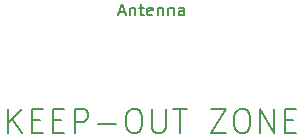
<source format=gbr>
%TF.GenerationSoftware,KiCad,Pcbnew,9.0.3*%
%TF.CreationDate,2025-08-06T15:24:12+02:00*%
%TF.ProjectId,Spikeling_v3.0,5370696b-656c-4696-9e67-5f76332e302e,rev?*%
%TF.SameCoordinates,Original*%
%TF.FileFunction,Other,Comment*%
%FSLAX46Y46*%
G04 Gerber Fmt 4.6, Leading zero omitted, Abs format (unit mm)*
G04 Created by KiCad (PCBNEW 9.0.3) date 2025-08-06 15:24:12*
%MOMM*%
%LPD*%
G01*
G04 APERTURE LIST*
%ADD10C,0.150000*%
G04 APERTURE END LIST*
D10*
X147782142Y-99837438D02*
X147782142Y-97837438D01*
X148924999Y-99837438D02*
X148067856Y-98694580D01*
X148924999Y-97837438D02*
X147782142Y-98980295D01*
X149782142Y-98789819D02*
X150448809Y-98789819D01*
X150734523Y-99837438D02*
X149782142Y-99837438D01*
X149782142Y-99837438D02*
X149782142Y-97837438D01*
X149782142Y-97837438D02*
X150734523Y-97837438D01*
X151591666Y-98789819D02*
X152258333Y-98789819D01*
X152544047Y-99837438D02*
X151591666Y-99837438D01*
X151591666Y-99837438D02*
X151591666Y-97837438D01*
X151591666Y-97837438D02*
X152544047Y-97837438D01*
X153401190Y-99837438D02*
X153401190Y-97837438D01*
X153401190Y-97837438D02*
X154163095Y-97837438D01*
X154163095Y-97837438D02*
X154353571Y-97932676D01*
X154353571Y-97932676D02*
X154448809Y-98027914D01*
X154448809Y-98027914D02*
X154544047Y-98218390D01*
X154544047Y-98218390D02*
X154544047Y-98504104D01*
X154544047Y-98504104D02*
X154448809Y-98694580D01*
X154448809Y-98694580D02*
X154353571Y-98789819D01*
X154353571Y-98789819D02*
X154163095Y-98885057D01*
X154163095Y-98885057D02*
X153401190Y-98885057D01*
X155401190Y-99075533D02*
X156925000Y-99075533D01*
X158258332Y-97837438D02*
X158639285Y-97837438D01*
X158639285Y-97837438D02*
X158829761Y-97932676D01*
X158829761Y-97932676D02*
X159020237Y-98123152D01*
X159020237Y-98123152D02*
X159115475Y-98504104D01*
X159115475Y-98504104D02*
X159115475Y-99170771D01*
X159115475Y-99170771D02*
X159020237Y-99551723D01*
X159020237Y-99551723D02*
X158829761Y-99742200D01*
X158829761Y-99742200D02*
X158639285Y-99837438D01*
X158639285Y-99837438D02*
X158258332Y-99837438D01*
X158258332Y-99837438D02*
X158067856Y-99742200D01*
X158067856Y-99742200D02*
X157877380Y-99551723D01*
X157877380Y-99551723D02*
X157782142Y-99170771D01*
X157782142Y-99170771D02*
X157782142Y-98504104D01*
X157782142Y-98504104D02*
X157877380Y-98123152D01*
X157877380Y-98123152D02*
X158067856Y-97932676D01*
X158067856Y-97932676D02*
X158258332Y-97837438D01*
X159972618Y-97837438D02*
X159972618Y-99456485D01*
X159972618Y-99456485D02*
X160067856Y-99646961D01*
X160067856Y-99646961D02*
X160163094Y-99742200D01*
X160163094Y-99742200D02*
X160353570Y-99837438D01*
X160353570Y-99837438D02*
X160734523Y-99837438D01*
X160734523Y-99837438D02*
X160924999Y-99742200D01*
X160924999Y-99742200D02*
X161020237Y-99646961D01*
X161020237Y-99646961D02*
X161115475Y-99456485D01*
X161115475Y-99456485D02*
X161115475Y-97837438D01*
X161782142Y-97837438D02*
X162924999Y-97837438D01*
X162353570Y-99837438D02*
X162353570Y-97837438D01*
X164925000Y-97837438D02*
X166258333Y-97837438D01*
X166258333Y-97837438D02*
X164925000Y-99837438D01*
X164925000Y-99837438D02*
X166258333Y-99837438D01*
X167401190Y-97837438D02*
X167782143Y-97837438D01*
X167782143Y-97837438D02*
X167972619Y-97932676D01*
X167972619Y-97932676D02*
X168163095Y-98123152D01*
X168163095Y-98123152D02*
X168258333Y-98504104D01*
X168258333Y-98504104D02*
X168258333Y-99170771D01*
X168258333Y-99170771D02*
X168163095Y-99551723D01*
X168163095Y-99551723D02*
X167972619Y-99742200D01*
X167972619Y-99742200D02*
X167782143Y-99837438D01*
X167782143Y-99837438D02*
X167401190Y-99837438D01*
X167401190Y-99837438D02*
X167210714Y-99742200D01*
X167210714Y-99742200D02*
X167020238Y-99551723D01*
X167020238Y-99551723D02*
X166925000Y-99170771D01*
X166925000Y-99170771D02*
X166925000Y-98504104D01*
X166925000Y-98504104D02*
X167020238Y-98123152D01*
X167020238Y-98123152D02*
X167210714Y-97932676D01*
X167210714Y-97932676D02*
X167401190Y-97837438D01*
X169115476Y-99837438D02*
X169115476Y-97837438D01*
X169115476Y-97837438D02*
X170258333Y-99837438D01*
X170258333Y-99837438D02*
X170258333Y-97837438D01*
X171210714Y-98789819D02*
X171877381Y-98789819D01*
X172163095Y-99837438D02*
X171210714Y-99837438D01*
X171210714Y-99837438D02*
X171210714Y-97837438D01*
X171210714Y-97837438D02*
X172163095Y-97837438D01*
X157213095Y-89609104D02*
X157689285Y-89609104D01*
X157117857Y-89894819D02*
X157451190Y-88894819D01*
X157451190Y-88894819D02*
X157784523Y-89894819D01*
X158117857Y-89228152D02*
X158117857Y-89894819D01*
X158117857Y-89323390D02*
X158165476Y-89275771D01*
X158165476Y-89275771D02*
X158260714Y-89228152D01*
X158260714Y-89228152D02*
X158403571Y-89228152D01*
X158403571Y-89228152D02*
X158498809Y-89275771D01*
X158498809Y-89275771D02*
X158546428Y-89371009D01*
X158546428Y-89371009D02*
X158546428Y-89894819D01*
X158879762Y-89228152D02*
X159260714Y-89228152D01*
X159022619Y-88894819D02*
X159022619Y-89751961D01*
X159022619Y-89751961D02*
X159070238Y-89847200D01*
X159070238Y-89847200D02*
X159165476Y-89894819D01*
X159165476Y-89894819D02*
X159260714Y-89894819D01*
X159975000Y-89847200D02*
X159879762Y-89894819D01*
X159879762Y-89894819D02*
X159689286Y-89894819D01*
X159689286Y-89894819D02*
X159594048Y-89847200D01*
X159594048Y-89847200D02*
X159546429Y-89751961D01*
X159546429Y-89751961D02*
X159546429Y-89371009D01*
X159546429Y-89371009D02*
X159594048Y-89275771D01*
X159594048Y-89275771D02*
X159689286Y-89228152D01*
X159689286Y-89228152D02*
X159879762Y-89228152D01*
X159879762Y-89228152D02*
X159975000Y-89275771D01*
X159975000Y-89275771D02*
X160022619Y-89371009D01*
X160022619Y-89371009D02*
X160022619Y-89466247D01*
X160022619Y-89466247D02*
X159546429Y-89561485D01*
X160451191Y-89228152D02*
X160451191Y-89894819D01*
X160451191Y-89323390D02*
X160498810Y-89275771D01*
X160498810Y-89275771D02*
X160594048Y-89228152D01*
X160594048Y-89228152D02*
X160736905Y-89228152D01*
X160736905Y-89228152D02*
X160832143Y-89275771D01*
X160832143Y-89275771D02*
X160879762Y-89371009D01*
X160879762Y-89371009D02*
X160879762Y-89894819D01*
X161355953Y-89228152D02*
X161355953Y-89894819D01*
X161355953Y-89323390D02*
X161403572Y-89275771D01*
X161403572Y-89275771D02*
X161498810Y-89228152D01*
X161498810Y-89228152D02*
X161641667Y-89228152D01*
X161641667Y-89228152D02*
X161736905Y-89275771D01*
X161736905Y-89275771D02*
X161784524Y-89371009D01*
X161784524Y-89371009D02*
X161784524Y-89894819D01*
X162689286Y-89894819D02*
X162689286Y-89371009D01*
X162689286Y-89371009D02*
X162641667Y-89275771D01*
X162641667Y-89275771D02*
X162546429Y-89228152D01*
X162546429Y-89228152D02*
X162355953Y-89228152D01*
X162355953Y-89228152D02*
X162260715Y-89275771D01*
X162689286Y-89847200D02*
X162594048Y-89894819D01*
X162594048Y-89894819D02*
X162355953Y-89894819D01*
X162355953Y-89894819D02*
X162260715Y-89847200D01*
X162260715Y-89847200D02*
X162213096Y-89751961D01*
X162213096Y-89751961D02*
X162213096Y-89656723D01*
X162213096Y-89656723D02*
X162260715Y-89561485D01*
X162260715Y-89561485D02*
X162355953Y-89513866D01*
X162355953Y-89513866D02*
X162594048Y-89513866D01*
X162594048Y-89513866D02*
X162689286Y-89466247D01*
M02*

</source>
